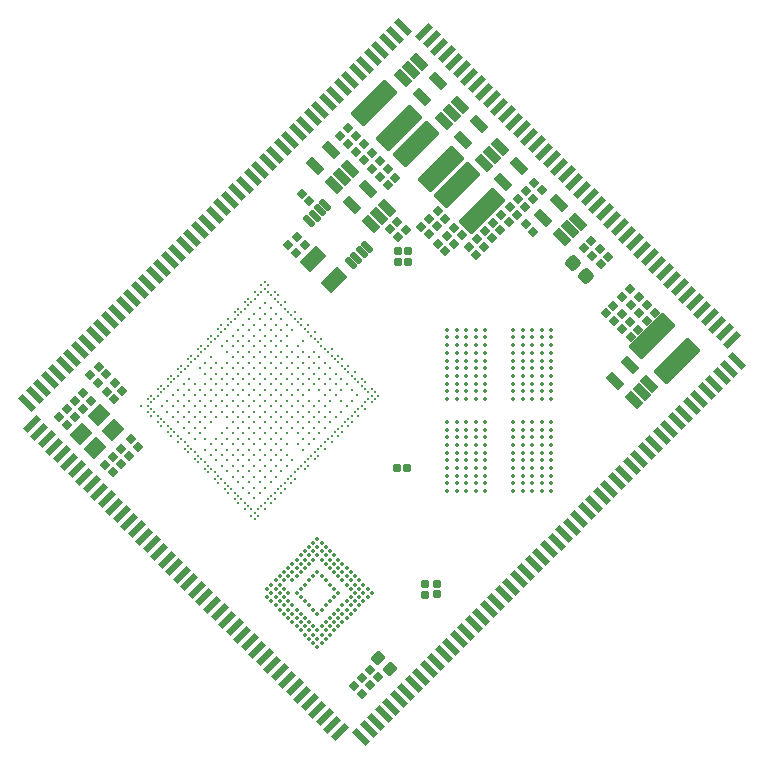
<source format=gbr>
%TF.GenerationSoftware,KiCad,Pcbnew,8.0.0-rc1*%
%TF.CreationDate,2025-03-14T10:19:50+03:00*%
%TF.ProjectId,SMX66_V1.0,534d5836-365f-4563-912e-302e6b696361,rev?*%
%TF.SameCoordinates,Original*%
%TF.FileFunction,Soldermask,Top*%
%TF.FilePolarity,Negative*%
%FSLAX46Y46*%
G04 Gerber Fmt 4.6, Leading zero omitted, Abs format (unit mm)*
G04 Created by KiCad (PCBNEW 8.0.0-rc1) date 2025-03-14 10:19:50*
%MOMM*%
%LPD*%
G01*
G04 APERTURE LIST*
G04 Aperture macros list*
%AMRoundRect*
0 Rectangle with rounded corners*
0 $1 Rounding radius*
0 $2 $3 $4 $5 $6 $7 $8 $9 X,Y pos of 4 corners*
0 Add a 4 corners polygon primitive as box body*
4,1,4,$2,$3,$4,$5,$6,$7,$8,$9,$2,$3,0*
0 Add four circle primitives for the rounded corners*
1,1,$1+$1,$2,$3*
1,1,$1+$1,$4,$5*
1,1,$1+$1,$6,$7*
1,1,$1+$1,$8,$9*
0 Add four rect primitives between the rounded corners*
20,1,$1+$1,$2,$3,$4,$5,0*
20,1,$1+$1,$4,$5,$6,$7,0*
20,1,$1+$1,$6,$7,$8,$9,0*
20,1,$1+$1,$8,$9,$2,$3,0*%
G04 Aperture macros list end*
%ADD10RoundRect,0.050000X0.000000X0.388909X-0.388909X0.000000X0.000000X-0.388909X0.388909X0.000000X0*%
%ADD11RoundRect,0.050000X0.388909X0.000000X0.000000X0.388909X-0.388909X0.000000X0.000000X-0.388909X0*%
%ADD12RoundRect,0.050000X0.000000X-0.388909X0.388909X0.000000X0.000000X0.388909X-0.388909X0.000000X0*%
%ADD13RoundRect,0.050000X-0.388909X0.000000X0.000000X-0.388909X0.388909X0.000000X0.000000X0.388909X0*%
%ADD14C,0.350010*%
%ADD15RoundRect,0.050000X-0.512652X0.194454X0.194454X-0.512652X0.512652X-0.194454X-0.194454X0.512652X0*%
%ADD16RoundRect,0.200800X-0.540300X0.256326X0.256326X-0.540300X0.540300X-0.256326X-0.256326X0.540300X0*%
%ADD17RoundRect,0.050000X0.883883X1.944544X-1.944544X-0.883883X-0.883883X-1.944544X1.944544X0.883883X0*%
%ADD18C,0.300000*%
%ADD19RoundRect,0.050000X-0.275000X0.275000X-0.275000X-0.275000X0.275000X-0.275000X0.275000X0.275000X0*%
%ADD20RoundRect,0.200800X0.540300X-0.256326X-0.256326X0.540300X-0.540300X0.256326X0.256326X-0.540300X0*%
%ADD21RoundRect,0.101600X0.989949X0.282843X0.282843X0.989949X-0.989949X-0.282843X-0.282843X-0.989949X0*%
%ADD22RoundRect,0.050000X0.275000X0.275000X-0.275000X0.275000X-0.275000X-0.275000X0.275000X-0.275000X0*%
%ADD23RoundRect,0.050000X-0.035355X-0.601041X0.601041X0.035355X0.035355X0.601041X-0.601041X-0.035355X0*%
%ADD24RoundRect,0.269550X-0.407718X-0.026517X-0.026517X-0.407718X0.407718X0.026517X0.026517X0.407718X0*%
%ADD25RoundRect,0.050000X-0.883883X-1.944544X1.944544X0.883883X0.883883X1.944544X-1.944544X-0.883883X0*%
%ADD26RoundRect,0.050000X-0.070711X-0.919239X0.919239X0.070711X0.070711X0.919239X-0.919239X-0.070711X0*%
%ADD27RoundRect,0.040000X-0.707107X0.353553X0.353553X-0.707107X0.707107X-0.353553X-0.353553X0.707107X0*%
%ADD28RoundRect,0.040000X-0.353553X-0.707107X0.707107X0.353553X0.353553X0.707107X-0.707107X-0.353553X0*%
%ADD29RoundRect,0.050000X0.275000X-0.275000X0.275000X0.275000X-0.275000X0.275000X-0.275000X-0.275000X0*%
%ADD30RoundRect,0.050000X-0.275000X-0.275000X0.275000X-0.275000X0.275000X0.275000X-0.275000X0.275000X0*%
G04 APERTURE END LIST*
D10*
%TO.C,C17*%
X143763755Y-74659195D03*
X143127215Y-75295725D03*
%TD*%
D11*
%TO.C,C2201*%
X137323531Y-83125725D03*
X136687001Y-82489185D03*
%TD*%
D12*
%TO.C,C3846*%
X166376132Y-88217668D03*
X167012672Y-87581138D03*
%TD*%
D11*
%TO.C,R12*%
X142383755Y-73205735D03*
X141747225Y-72569205D03*
%TD*%
D13*
%TO.C,R1209*%
X117277210Y-97079200D03*
X117913740Y-97715730D03*
%TD*%
%TO.C,C1201*%
X121167215Y-101079195D03*
X121803745Y-101715735D03*
%TD*%
D14*
%TO.C,U3800*%
X150129475Y-89656725D03*
X150929575Y-89656725D03*
X151729415Y-89656725D03*
X152529515Y-89656725D03*
X153329615Y-89656725D03*
X155729405Y-89656725D03*
X156529505Y-89656725D03*
X157329605Y-89656725D03*
X158129455Y-89656725D03*
X158929555Y-89656725D03*
X150129475Y-102656695D03*
X150929575Y-102656695D03*
X151729415Y-102656695D03*
X152529515Y-102656695D03*
X153329615Y-102656695D03*
X155729405Y-102656695D03*
X156529505Y-102656695D03*
X157329605Y-102656695D03*
X158129455Y-102656695D03*
X158929555Y-102656695D03*
X150129475Y-103306685D03*
X150929575Y-103306685D03*
X151729415Y-103306685D03*
X152529515Y-103306685D03*
X153329615Y-103306685D03*
X155729405Y-103306685D03*
X156529505Y-103306685D03*
X157329605Y-103306685D03*
X158129455Y-103306685D03*
X158929555Y-103306685D03*
X150129475Y-90306705D03*
X150929575Y-90306705D03*
X151729415Y-90306705D03*
X152529515Y-90306705D03*
X153329615Y-90306705D03*
X155729405Y-90306705D03*
X156529505Y-90306705D03*
X157329605Y-90306705D03*
X158129455Y-90306705D03*
X158929555Y-90306705D03*
X150129475Y-90956695D03*
X150929575Y-90956695D03*
X151729415Y-90956695D03*
X152529515Y-90956695D03*
X153329615Y-90956695D03*
X155729405Y-90956695D03*
X156529505Y-90956695D03*
X157329605Y-90956695D03*
X158129455Y-90956695D03*
X158929555Y-90956695D03*
X150129475Y-91606675D03*
X150929575Y-91606675D03*
X151729415Y-91606675D03*
X152529515Y-91606675D03*
X153329615Y-91606675D03*
X155729405Y-91606675D03*
X156529505Y-91606675D03*
X157329605Y-91606675D03*
X158129455Y-91606675D03*
X158929555Y-91606675D03*
X150129475Y-92256665D03*
X150929575Y-92256665D03*
X151729415Y-92256665D03*
X152529515Y-92256665D03*
X153329615Y-92256665D03*
X155729405Y-92256665D03*
X156529505Y-92256665D03*
X157329605Y-92256665D03*
X158129455Y-92256665D03*
X158929555Y-92256665D03*
X150129475Y-92906655D03*
X150929575Y-92906655D03*
X151729415Y-92906655D03*
X152529515Y-92906655D03*
X153329615Y-92906655D03*
X155729405Y-92906655D03*
X156529505Y-92906655D03*
X157329605Y-92906655D03*
X158129455Y-92906655D03*
X158929555Y-92906655D03*
X150129475Y-93556635D03*
X150929575Y-93556635D03*
X151729415Y-93556635D03*
X152529515Y-93556635D03*
X153329615Y-93556635D03*
X155729405Y-93556635D03*
X156529505Y-93556635D03*
X157329605Y-93556635D03*
X158129455Y-93556635D03*
X158929555Y-93556635D03*
X150129475Y-94206625D03*
X150929575Y-94206625D03*
X151729415Y-94206625D03*
X152529515Y-94206625D03*
X153329615Y-94206625D03*
X155729405Y-94206625D03*
X156529505Y-94206625D03*
X157329605Y-94206625D03*
X158129455Y-94206625D03*
X158929555Y-94206625D03*
X150129475Y-94856605D03*
X150929575Y-94856605D03*
X151729415Y-94856605D03*
X152529515Y-94856605D03*
X153329615Y-94856605D03*
X155729405Y-94856605D03*
X156529505Y-94856605D03*
X157329605Y-94856605D03*
X158129455Y-94856605D03*
X158929555Y-94856605D03*
X150129475Y-95506595D03*
X150929575Y-95506595D03*
X151729415Y-95506595D03*
X152529515Y-95506595D03*
X153329615Y-95506595D03*
X155729405Y-95506595D03*
X156529505Y-95506595D03*
X157329605Y-95506595D03*
X158129455Y-95506595D03*
X158929555Y-95506595D03*
X150129475Y-97456805D03*
X150929575Y-97456805D03*
X151729415Y-97456805D03*
X152529515Y-97456805D03*
X153329615Y-97456805D03*
X155729405Y-97456805D03*
X156529505Y-97456805D03*
X157329605Y-97456805D03*
X158129455Y-97456805D03*
X158929555Y-97456805D03*
X150129475Y-98106795D03*
X150929575Y-98106795D03*
X151729415Y-98106795D03*
X152529515Y-98106795D03*
X153329615Y-98106795D03*
X155729405Y-98106795D03*
X156529505Y-98106795D03*
X157329605Y-98106795D03*
X158129455Y-98106795D03*
X158929555Y-98106795D03*
X150129475Y-98756775D03*
X150929575Y-98756775D03*
X151729415Y-98756775D03*
X152529515Y-98756775D03*
X153329615Y-98756775D03*
X155729405Y-98756775D03*
X156529505Y-98756775D03*
X157329605Y-98756775D03*
X158129455Y-98756775D03*
X158929555Y-98756775D03*
X150129475Y-99406765D03*
X150929575Y-99406765D03*
X151729415Y-99406765D03*
X152529515Y-99406765D03*
X153329615Y-99406765D03*
X155729405Y-99406765D03*
X156529505Y-99406765D03*
X157329605Y-99406765D03*
X158129455Y-99406765D03*
X158929555Y-99406765D03*
X150129475Y-100056755D03*
X150929575Y-100056755D03*
X151729415Y-100056755D03*
X152529515Y-100056755D03*
X153329615Y-100056755D03*
X155729405Y-100056755D03*
X156529505Y-100056755D03*
X157329605Y-100056755D03*
X158129455Y-100056755D03*
X158929555Y-100056755D03*
X150129475Y-100706735D03*
X150929575Y-100706735D03*
X151729415Y-100706735D03*
X152529515Y-100706735D03*
X153329615Y-100706735D03*
X155729405Y-100706735D03*
X156529505Y-100706735D03*
X157329605Y-100706735D03*
X158129455Y-100706735D03*
X158929555Y-100706735D03*
X150129475Y-101356725D03*
X150929575Y-101356725D03*
X151729415Y-101356725D03*
X152529515Y-101356725D03*
X153329615Y-101356725D03*
X155729405Y-101356725D03*
X156529505Y-101356725D03*
X157329605Y-101356725D03*
X158129455Y-101356725D03*
X158929555Y-101356725D03*
X150129475Y-102006705D03*
X150929575Y-102006705D03*
X151729415Y-102006705D03*
X152529515Y-102006705D03*
X153329615Y-102006705D03*
X155729405Y-102006705D03*
X156529505Y-102006705D03*
X157329605Y-102006705D03*
X158129455Y-102006705D03*
X158929555Y-102006705D03*
%TD*%
D15*
%TO.C,U2201*%
X139817147Y-79080269D03*
X139357528Y-79539888D03*
X138897908Y-79999508D03*
X138438289Y-80459127D03*
X141973823Y-83994661D03*
X142433442Y-83535042D03*
X142893062Y-83075422D03*
X143352681Y-82615803D03*
%TD*%
D10*
%TO.C,C3842*%
X166312889Y-89641345D03*
X165676349Y-90277875D03*
%TD*%
D13*
%TO.C,R1670*%
X153994615Y-80599415D03*
X154631145Y-81235945D03*
%TD*%
D16*
%TO.C,U6*%
X147710304Y-67001590D03*
X147038553Y-67673341D03*
X146366802Y-68345092D03*
X147975470Y-69953760D03*
X149318972Y-68610258D03*
%TD*%
D10*
%TO.C,C3834*%
X165604402Y-88979402D03*
X164967862Y-89615932D03*
%TD*%
D17*
%TO.C,L2*%
X169566787Y-92328331D03*
X167445467Y-90207011D03*
%TD*%
D13*
%TO.C,C4006*%
X143606344Y-118437458D03*
X144242874Y-119073998D03*
%TD*%
%TO.C,C3804*%
X149314615Y-82369405D03*
X149951145Y-83005945D03*
%TD*%
D12*
%TO.C,C19*%
X142447215Y-74595735D03*
X143083755Y-73959205D03*
%TD*%
D18*
%TO.C,U1000*%
X142528885Y-95194795D03*
X142069265Y-95654415D03*
X141609645Y-96114035D03*
X141150025Y-96573655D03*
X140690405Y-97033275D03*
X140230795Y-97492895D03*
X139771175Y-97952515D03*
X139311555Y-98412135D03*
X138851935Y-98871755D03*
X138392315Y-99331375D03*
X137932695Y-99790995D03*
X137013455Y-100710235D03*
X136553835Y-101169845D03*
X136094215Y-101629475D03*
X135634595Y-102089085D03*
X135174975Y-102548705D03*
X134715355Y-103008325D03*
X134255735Y-103467945D03*
X133796125Y-103927565D03*
X142069265Y-94735175D03*
X141150025Y-95654415D03*
X140230785Y-96573655D03*
X139771175Y-97033275D03*
X139311545Y-97492895D03*
X138851935Y-97952515D03*
X138392315Y-98412135D03*
X137932695Y-98871755D03*
X137473075Y-99331375D03*
X136553835Y-100250615D03*
X136094215Y-100710225D03*
X135634595Y-101169845D03*
X135174975Y-101629465D03*
X134715355Y-102089085D03*
X134255735Y-102548705D03*
X133796115Y-103008325D03*
X133336495Y-103467945D03*
X141609645Y-94275565D03*
X141150025Y-94735175D03*
X140690405Y-95194795D03*
X140230794Y-95654415D03*
X139771175Y-96114034D03*
X139311555Y-96573655D03*
X138851935Y-97033275D03*
X138392315Y-97492895D03*
X137932695Y-97952515D03*
X137473074Y-98412135D03*
X136553835Y-99331375D03*
X136094215Y-99790995D03*
X135634595Y-100250615D03*
X135174975Y-100710235D03*
X134715354Y-101169845D03*
X134255735Y-101629474D03*
X133796125Y-102089085D03*
X133336495Y-102548705D03*
X132876885Y-103008325D03*
X141150025Y-93815935D03*
X140690405Y-94275555D03*
X140230785Y-94735175D03*
X139771175Y-95194796D03*
X139311546Y-95654415D03*
X138851935Y-96114035D03*
X138392315Y-96573655D03*
X137932695Y-97033275D03*
X137473075Y-97492895D03*
X137013455Y-97952516D03*
X136553836Y-98412135D03*
X136094215Y-98871755D03*
X135634595Y-99331375D03*
X135174975Y-99790995D03*
X134715355Y-100250615D03*
X134255735Y-100710226D03*
X133796116Y-101169845D03*
X133336495Y-101629465D03*
X132876875Y-102089085D03*
X132417265Y-102548705D03*
X140690405Y-93356325D03*
X140230795Y-93815935D03*
X139771175Y-94275565D03*
X139311555Y-94735175D03*
X138392315Y-95654415D03*
X137932695Y-96114035D03*
X137473075Y-96573655D03*
X137013455Y-97033275D03*
X136553835Y-97492895D03*
X136094215Y-97952515D03*
X135634595Y-98412135D03*
X135174975Y-98871755D03*
X134715355Y-99331375D03*
X134255735Y-99790995D03*
X133796125Y-100250615D03*
X133336495Y-100710235D03*
X132876885Y-101169845D03*
X132417265Y-101629475D03*
X131957645Y-102089085D03*
X140230785Y-92896705D03*
X139771175Y-93356315D03*
X139311545Y-93815935D03*
X138851935Y-94275555D03*
X138392315Y-94735175D03*
X137932695Y-95194795D03*
X137473075Y-95654415D03*
X137013455Y-96114035D03*
X136553835Y-96573655D03*
X136094215Y-97033275D03*
X135634595Y-97492895D03*
X135174975Y-97952515D03*
X134715355Y-98412135D03*
X134255735Y-98871755D03*
X133796115Y-99331375D03*
X133336495Y-99790995D03*
X132876875Y-100250615D03*
X132417265Y-100710225D03*
X131957645Y-101169845D03*
X131498025Y-101629465D03*
X139771175Y-92437085D03*
X139311555Y-92896705D03*
X138851935Y-93356325D03*
X138392315Y-93815935D03*
X137932695Y-94275565D03*
X137473075Y-94735175D03*
X137013455Y-95194795D03*
X136553835Y-95654415D03*
X136094215Y-96114035D03*
X135634595Y-96573655D03*
X135174975Y-97033275D03*
X134715355Y-97492895D03*
X134255735Y-97952515D03*
X133796125Y-98412135D03*
X133336495Y-98871755D03*
X132876885Y-99331375D03*
X132417265Y-99790995D03*
X131957645Y-100250615D03*
X131498025Y-100710235D03*
X131038405Y-101169845D03*
X139311545Y-91977465D03*
X138851935Y-92437085D03*
X138392315Y-92896705D03*
X137932695Y-93356315D03*
X137473075Y-93815935D03*
X137013455Y-94275555D03*
X136553835Y-94735175D03*
X136094215Y-95194795D03*
X135634595Y-95654415D03*
X135174975Y-96114035D03*
X134715355Y-96573655D03*
X134255735Y-97033275D03*
X133796115Y-97492895D03*
X133336495Y-97952515D03*
X132876875Y-98412135D03*
X132417264Y-98871755D03*
X131957645Y-99331375D03*
X131498025Y-99790995D03*
X131038405Y-100250615D03*
X130578785Y-100710225D03*
X138851935Y-91517845D03*
X138392315Y-91977465D03*
X137932695Y-92437085D03*
X137473074Y-92896705D03*
X137013455Y-93356324D03*
X136553835Y-93815935D03*
X136094215Y-94275565D03*
X135634595Y-94735175D03*
X135174975Y-95194795D03*
X134715354Y-95654415D03*
X134255735Y-96114034D03*
X133796125Y-96573655D03*
X133336495Y-97033275D03*
X132876885Y-97492895D03*
X132417264Y-97952515D03*
X131957644Y-98412135D03*
X131498025Y-98871754D03*
X131038405Y-99331375D03*
X130578785Y-99790995D03*
X130119165Y-100250615D03*
X137932695Y-91517845D03*
X137473075Y-91977465D03*
X137013455Y-92437086D03*
X136553836Y-92896705D03*
X136094215Y-93356315D03*
X135634595Y-93815935D03*
X135174975Y-94275555D03*
X134715355Y-94735175D03*
X134255735Y-95194796D03*
X133796116Y-95654415D03*
X133336495Y-96114035D03*
X132876875Y-96573655D03*
X132417265Y-97033275D03*
X131957645Y-97492895D03*
X131498025Y-97952516D03*
X131038406Y-98412135D03*
X130578785Y-98871755D03*
X130119165Y-99331375D03*
X129659545Y-99790995D03*
X137932695Y-90598605D03*
X137473075Y-91058225D03*
X137013455Y-91517845D03*
X136553835Y-91977465D03*
X136094215Y-92437085D03*
X135634595Y-92896705D03*
X135174975Y-93356325D03*
X134715355Y-93815935D03*
X134255735Y-94275565D03*
X133796125Y-94735175D03*
X133336495Y-95194795D03*
X132876885Y-95654415D03*
X132417265Y-96114035D03*
X131957645Y-96573655D03*
X131498025Y-97033275D03*
X129659545Y-98871755D03*
X136553835Y-91058225D03*
X136094215Y-91517845D03*
X135634595Y-91977465D03*
X135174975Y-92437085D03*
X134715355Y-92896705D03*
X134255735Y-93356315D03*
X133796115Y-93815935D03*
X133336495Y-94275555D03*
X132876875Y-94735175D03*
X132417265Y-95194795D03*
X131957645Y-95654415D03*
X131498025Y-96114035D03*
X131038405Y-96573655D03*
X130578785Y-97033275D03*
X130119165Y-97492895D03*
X129659545Y-97952515D03*
X129199925Y-98412135D03*
X128740305Y-98871755D03*
X137013455Y-89679365D03*
X136553835Y-90138985D03*
X136094215Y-90598605D03*
X135634595Y-91058225D03*
X135174975Y-91517845D03*
X134715355Y-91977465D03*
X134255735Y-92437085D03*
X133796125Y-92896705D03*
X133336495Y-93356325D03*
X132876885Y-93815935D03*
X132417265Y-94275565D03*
X131957645Y-94735175D03*
X131498025Y-95194795D03*
X131038405Y-95654415D03*
X130578785Y-96114035D03*
X130119165Y-96573655D03*
X129659545Y-97033275D03*
X129199925Y-97492895D03*
X128740305Y-97952515D03*
X128280685Y-98412135D03*
X136553835Y-89219745D03*
X136094215Y-89679365D03*
X135634595Y-90138985D03*
X135174975Y-90598605D03*
X134715355Y-91058224D03*
X134255735Y-91517845D03*
X133796115Y-91977465D03*
X133336495Y-92437085D03*
X132876875Y-92896705D03*
X132417264Y-93356315D03*
X131957645Y-93815935D03*
X131498025Y-94275555D03*
X131038405Y-94735175D03*
X130578785Y-95194795D03*
X130119165Y-95654415D03*
X129659544Y-96114035D03*
X129199925Y-96573655D03*
X128740305Y-97033275D03*
X128280685Y-97492895D03*
X127821065Y-97952515D03*
X136094215Y-88760125D03*
X135634595Y-89219745D03*
X135174975Y-89679365D03*
X134715354Y-90138985D03*
X134255735Y-90598604D03*
X133796125Y-91058225D03*
X133336495Y-91517845D03*
X132876885Y-91977465D03*
X132417265Y-92437086D03*
X131957645Y-92896706D03*
X131498026Y-93356325D03*
X131038405Y-93815935D03*
X130578785Y-94275565D03*
X130119165Y-94735175D03*
X129659544Y-95194795D03*
X129199924Y-95654415D03*
X128740305Y-96114034D03*
X128280685Y-96573655D03*
X127821065Y-97033275D03*
X127361445Y-97492895D03*
X135634595Y-88300505D03*
X135174975Y-88760125D03*
X134715355Y-89219745D03*
X134255735Y-89679366D03*
X133796116Y-90138985D03*
X133336495Y-90598605D03*
X132876875Y-91058225D03*
X132417265Y-91517845D03*
X131957645Y-91977465D03*
X131498025Y-92437086D03*
X131038406Y-92896705D03*
X130578785Y-93356315D03*
X130119165Y-93815935D03*
X129659545Y-94275555D03*
X129199925Y-94735175D03*
X128740305Y-95194796D03*
X128280686Y-95654415D03*
X127821065Y-96114035D03*
X127361445Y-96573655D03*
X126901825Y-97033275D03*
X135174975Y-87840885D03*
X134715355Y-88300505D03*
X134255735Y-88760125D03*
X133796125Y-89219745D03*
X133336495Y-89679365D03*
X132876885Y-90138985D03*
X132417265Y-90598605D03*
X131957645Y-91058225D03*
X131498025Y-91517845D03*
X130578785Y-92437085D03*
X130119165Y-92896705D03*
X129659545Y-93356325D03*
X128740305Y-94275565D03*
X128280685Y-94735175D03*
X127821065Y-95194795D03*
X127361445Y-95654415D03*
X126901825Y-96114035D03*
X126442215Y-96573655D03*
X134715355Y-87381265D03*
X134255735Y-87840885D03*
X133796115Y-88300505D03*
X133336495Y-88760125D03*
X132876875Y-89219745D03*
X132417265Y-89679365D03*
X131957645Y-90138985D03*
X131498025Y-90598605D03*
X131038405Y-91058225D03*
X130119165Y-91977465D03*
X129659545Y-92437085D03*
X129199925Y-92896705D03*
X128280685Y-93815935D03*
X127821065Y-94275555D03*
X127361445Y-94735175D03*
X126901825Y-95194795D03*
X126442205Y-95654415D03*
X125982585Y-96114035D03*
X144296655Y-95230154D03*
X144013815Y-95512994D03*
X143730964Y-95795835D03*
X143165285Y-96361525D03*
X142599595Y-96927204D03*
X142033915Y-97492895D03*
X141751065Y-97775735D03*
X141185385Y-98341424D03*
X140902544Y-98624265D03*
X140336855Y-99189955D03*
X139771175Y-99755634D03*
X139205485Y-100321325D03*
X138922645Y-100604165D03*
X138356955Y-101169844D03*
X138074114Y-101452695D03*
X137225585Y-102301224D03*
X136942744Y-102584065D03*
X136377055Y-103149745D03*
X136094215Y-103432595D03*
X135528524Y-103998275D03*
X135245684Y-104281115D03*
X134680005Y-104846805D03*
X134114314Y-105412495D03*
X133831474Y-105695335D03*
X138356955Y-89856144D03*
X128457464Y-99755635D03*
X128174625Y-100038486D03*
X138356955Y-89290455D03*
X138074115Y-89573295D03*
X128174624Y-99472795D03*
X127891775Y-99755635D03*
X137791275Y-89290455D03*
X127891775Y-99189955D03*
X137791275Y-88724775D03*
X137508425Y-89007615D03*
X127608935Y-98907105D03*
X127326095Y-99189955D03*
X137225586Y-88724775D03*
X127326095Y-98624266D03*
X137225585Y-88159085D03*
X136942745Y-88441924D03*
X127043244Y-98341425D03*
X126760405Y-98624265D03*
X136659905Y-88159085D03*
X126760405Y-98058585D03*
X126477565Y-98341425D03*
X136377055Y-87876245D03*
X126477565Y-97775735D03*
X136377055Y-87310555D03*
X136094215Y-87593395D03*
X126194725Y-97492895D03*
X125911875Y-97775735D03*
X135811376Y-87310555D03*
X125911875Y-97210056D03*
X125629035Y-97492895D03*
X135811375Y-86744875D03*
X135528535Y-87027714D03*
X125629034Y-96927215D03*
X135528535Y-86462035D03*
X135245695Y-86744875D03*
X125346195Y-96644365D03*
X125063355Y-96927215D03*
X134962845Y-86462025D03*
X125063345Y-96361525D03*
X124780505Y-96644365D03*
X134962845Y-85896345D03*
X134680005Y-86179185D03*
X134397165Y-86462035D03*
X134114315Y-86744875D03*
X133831475Y-87027715D03*
X133548635Y-87310555D03*
X133265786Y-87593395D03*
X132982945Y-87876245D03*
X132700105Y-88159085D03*
X132417265Y-88441925D03*
X132134415Y-88724775D03*
X131851575Y-89007615D03*
X131568735Y-89290455D03*
X131285895Y-89573295D03*
X131003045Y-89856145D03*
X130720205Y-90138985D03*
X130437365Y-90421825D03*
X130154515Y-90704675D03*
X129871675Y-90987515D03*
X129588835Y-91270355D03*
X129305995Y-91553195D03*
X129023145Y-91836045D03*
X128740305Y-92118885D03*
X128457465Y-92401725D03*
X128174625Y-92684575D03*
X127891775Y-92967415D03*
X127608935Y-93250255D03*
X127326095Y-93533095D03*
X127043245Y-93815935D03*
X126760405Y-94098785D03*
X126477565Y-94381625D03*
X126194725Y-94664465D03*
X125911875Y-94947305D03*
X125629035Y-95230155D03*
X125346195Y-95512995D03*
X125063355Y-95795835D03*
X124780505Y-96078685D03*
X134680005Y-85613505D03*
X134397166Y-85896345D03*
X133831475Y-86462035D03*
X133265786Y-87027715D03*
X132982946Y-87310555D03*
X132417265Y-87876245D03*
X132134415Y-88159085D03*
X131568736Y-88724775D03*
X131003045Y-89290455D03*
X130720205Y-89573295D03*
X130154515Y-90138986D03*
X129871675Y-90421826D03*
X129305995Y-90987515D03*
X129023155Y-91270355D03*
X128457465Y-91836045D03*
X128174625Y-92118885D03*
X127608935Y-92684575D03*
X127326095Y-92967416D03*
X126760405Y-93533095D03*
X126477565Y-93815935D03*
X125911875Y-94381626D03*
X125629035Y-94664466D03*
X125063355Y-95230155D03*
X124780506Y-95512995D03*
X124214825Y-96078685D03*
X144013815Y-94947305D03*
X143730965Y-95230154D03*
X143448125Y-95512995D03*
X143165285Y-95795835D03*
X142882445Y-96078685D03*
X142599595Y-96361525D03*
X142316755Y-96644364D03*
X142033915Y-96927205D03*
X141751065Y-97210055D03*
X141468225Y-97492895D03*
X141185385Y-97775735D03*
X140902545Y-98058584D03*
X140619695Y-98341425D03*
X140336855Y-98624265D03*
X140054015Y-98907105D03*
X139771175Y-99189955D03*
X139488324Y-99472795D03*
X139205485Y-99755635D03*
X138922645Y-100038485D03*
X138639805Y-100321325D03*
X138356955Y-100604165D03*
X138074115Y-100887004D03*
X137791275Y-101169845D03*
X137508425Y-101452695D03*
X137225585Y-101735535D03*
X136942745Y-102018375D03*
X136659904Y-102301225D03*
X136377055Y-102584065D03*
X136094215Y-102866905D03*
X135811375Y-103149745D03*
X135528525Y-103432595D03*
X135245684Y-103715435D03*
X134962845Y-103998275D03*
X134680005Y-104281125D03*
X134397165Y-104563965D03*
X134114315Y-104846805D03*
X133831474Y-105129645D03*
X133548635Y-105412495D03*
X143730965Y-94664465D03*
X143448125Y-94947305D03*
X133548635Y-104846805D03*
X143165285Y-94664465D03*
X133265785Y-104563965D03*
X132982945Y-104846805D03*
X143165285Y-94098785D03*
X142882446Y-94381625D03*
X132982945Y-104281126D03*
X142882445Y-93815935D03*
X142599606Y-94098785D03*
X132700104Y-103998275D03*
X132417265Y-104281126D03*
X142316755Y-93815935D03*
X132417255Y-103715435D03*
X132134415Y-103998275D03*
X142316755Y-93250255D03*
X142033915Y-93533095D03*
X132134415Y-103432595D03*
X141751075Y-93250255D03*
X131851575Y-103149755D03*
X131568735Y-103432595D03*
X141751075Y-92684575D03*
X141468226Y-92967415D03*
X131568735Y-102866906D03*
X131285895Y-103149755D03*
X141185385Y-92684564D03*
X131285884Y-102584065D03*
X141185385Y-92118885D03*
X140902545Y-92401725D03*
X131003045Y-102301225D03*
X130720205Y-102584065D03*
X140902545Y-91836045D03*
X140619705Y-92118885D03*
X130720205Y-102018375D03*
X130437365Y-102301225D03*
X140336855Y-91836045D03*
X130437365Y-101735535D03*
X140336855Y-91270355D03*
X140054016Y-91553195D03*
X130154515Y-101452696D03*
X129871675Y-101735535D03*
X139771175Y-91270354D03*
X129871674Y-101169855D03*
X129588834Y-101452695D03*
X139488325Y-90987514D03*
X129588834Y-100887005D03*
X139488325Y-90421825D03*
X139205485Y-90704665D03*
X129305985Y-100604165D03*
X129023145Y-100887005D03*
X138922645Y-90421825D03*
X129023145Y-100321325D03*
X128740305Y-100604165D03*
X138922645Y-89856145D03*
X138639806Y-90138985D03*
X128740305Y-100038486D03*
%TD*%
D19*
%TO.C,C1500*%
X148275485Y-111167363D03*
X148275478Y-112067560D03*
%TD*%
D11*
%TO.C,R8*%
X141703760Y-73885730D03*
X141067230Y-73249200D03*
%TD*%
%TO.C,R2303*%
X119953755Y-95655725D03*
X119317225Y-95019195D03*
%TD*%
D13*
%TO.C,R2206*%
X137457210Y-81799200D03*
X138093740Y-82435730D03*
%TD*%
D12*
%TO.C,C3830*%
X167076132Y-88887668D03*
X167712672Y-88251138D03*
%TD*%
D20*
%TO.C,U3801*%
X159848051Y-81829845D03*
X160519802Y-81158094D03*
X161191553Y-80486343D03*
X159582885Y-78877675D03*
X158239383Y-80221177D03*
%TD*%
D13*
%TO.C,R1201*%
X120615478Y-92791150D03*
X121252008Y-93427680D03*
%TD*%
D11*
%TO.C,C3826*%
X157431155Y-78545945D03*
X156794625Y-77909405D03*
%TD*%
%TO.C,C2200*%
X138443528Y-78775724D03*
X137806998Y-78139184D03*
%TD*%
D21*
%TO.C,Y2200*%
X138741602Y-83663582D03*
X140509368Y-85431348D03*
%TD*%
D12*
%TO.C,R3802*%
X162404615Y-83425945D03*
X163041145Y-82789415D03*
%TD*%
D22*
%TO.C,R1213*%
X146825587Y-82987465D03*
X145925397Y-82987465D03*
%TD*%
D23*
%TO.C,C4008*%
X144307910Y-117422690D03*
X145297860Y-118412640D03*
%TD*%
D12*
%TO.C,R2205*%
X145967215Y-81825735D03*
X146603745Y-81189205D03*
%TD*%
D11*
%TO.C,C3852*%
X158131155Y-77855945D03*
X157494625Y-77219405D03*
%TD*%
%TO.C,C3824*%
X155331145Y-80565945D03*
X154694615Y-79929404D03*
%TD*%
D24*
%TO.C,D1*%
X160808638Y-83992686D03*
X161922332Y-85106380D03*
%TD*%
D10*
%TO.C,R3801*%
X164201145Y-87619405D03*
X163564615Y-88255935D03*
%TD*%
D13*
%TO.C,C4007*%
X142924615Y-119119405D03*
X143561145Y-119755945D03*
%TD*%
D10*
%TO.C,R19*%
X144413755Y-75369195D03*
X143777225Y-76005725D03*
%TD*%
D16*
%TO.C,U5*%
X151237910Y-70625505D03*
X150566159Y-71297256D03*
X149894408Y-71969007D03*
X151503076Y-73577675D03*
X152846578Y-72234173D03*
%TD*%
D13*
%TO.C,C3813*%
X150734615Y-81019405D03*
X151371145Y-81655945D03*
%TD*%
D20*
%TO.C,U3*%
X165911293Y-95599841D03*
X166583044Y-94928090D03*
X167254795Y-94256339D03*
X165646127Y-92647671D03*
X164302625Y-93991173D03*
%TD*%
D13*
%TO.C,R2*%
X153314615Y-81279405D03*
X153951145Y-81915935D03*
%TD*%
D25*
%TO.C,L3*%
X147477250Y-73937015D03*
X149598570Y-76058335D03*
%TD*%
D20*
%TO.C,U4*%
X140520651Y-77409635D03*
X141192402Y-76737884D03*
X141864153Y-76066133D03*
X140255485Y-74457465D03*
X138911983Y-75800967D03*
%TD*%
D10*
%TO.C,R18*%
X145749425Y-76781145D03*
X145112895Y-77417675D03*
%TD*%
D13*
%TO.C,R1*%
X152644615Y-81969405D03*
X153281145Y-82605935D03*
%TD*%
D20*
%TO.C,U7*%
X143710651Y-80659635D03*
X144382402Y-79987884D03*
X145054153Y-79316133D03*
X143445485Y-77707465D03*
X142101983Y-79050967D03*
%TD*%
D11*
%TO.C,C3814*%
X149252885Y-80907675D03*
X148616355Y-80271135D03*
%TD*%
D13*
%TO.C,C1200*%
X121323758Y-94892662D03*
X121960288Y-95529202D03*
%TD*%
D11*
%TO.C,R2305*%
X142881155Y-120455945D03*
X142244625Y-119819415D03*
%TD*%
%TO.C,C3823*%
X156051155Y-79905945D03*
X155414625Y-79269405D03*
%TD*%
D16*
%TO.C,U2210*%
X154622487Y-74167277D03*
X153950736Y-74839028D03*
X153278985Y-75510779D03*
X154887653Y-77119447D03*
X156231155Y-75775945D03*
%TD*%
D11*
%TO.C,R17*%
X118583755Y-97015725D03*
X117947225Y-96379195D03*
%TD*%
D26*
%TO.C,Y1200*%
X120291061Y-99667121D03*
X121846696Y-98111486D03*
X120644615Y-96909405D03*
X119088980Y-98465040D03*
%TD*%
D27*
%TO.C,U1*%
X146376438Y-64025579D03*
X145740042Y-64661975D03*
X145103646Y-65298371D03*
X144467250Y-65934767D03*
X143830855Y-66571162D03*
X143194457Y-67207560D03*
X142558061Y-67843956D03*
X141921665Y-68480352D03*
X141285269Y-69116748D03*
X140648873Y-69753144D03*
X140012477Y-70389540D03*
X139376081Y-71025936D03*
X138739685Y-71662332D03*
X138103289Y-72298728D03*
X137466893Y-72935124D03*
X136830496Y-73571521D03*
X136194101Y-74207916D03*
X135557704Y-74844313D03*
X134921308Y-75480709D03*
X134284912Y-76117105D03*
X133648516Y-76753501D03*
X133012120Y-77389897D03*
X132375724Y-78026293D03*
X131739329Y-78662688D03*
X131102932Y-79299085D03*
X130466535Y-79935482D03*
X129830140Y-80571877D03*
X129193743Y-81208274D03*
X128557347Y-81844670D03*
X127920951Y-82481066D03*
X127284555Y-83117462D03*
X126648159Y-83753858D03*
X126011763Y-84390254D03*
X125375368Y-85026649D03*
X124738970Y-85663047D03*
X124102574Y-86299443D03*
X123466179Y-86935838D03*
X122829782Y-87572235D03*
X122193386Y-88208631D03*
X121556990Y-88845027D03*
X120920594Y-89481423D03*
X120284198Y-90117819D03*
X119647802Y-90754215D03*
X119011406Y-91390611D03*
X118375009Y-92027008D03*
X117738613Y-92663404D03*
X117102217Y-93299800D03*
X116465821Y-93936196D03*
X115829425Y-94572592D03*
X115193029Y-95208988D03*
X114556633Y-95845384D03*
D28*
X114945543Y-97648506D03*
X115581939Y-98284903D03*
X116218334Y-98921298D03*
X116854730Y-99557695D03*
X117491126Y-100194091D03*
X118127522Y-100830487D03*
X118763918Y-101466883D03*
X119400315Y-102103279D03*
X120036711Y-102739675D03*
X120673107Y-103376070D03*
X121309504Y-104012467D03*
X121945900Y-104648864D03*
X122582295Y-105285259D03*
X123218691Y-105921656D03*
X123855087Y-106558052D03*
X124491483Y-107194448D03*
X125127879Y-107830844D03*
X125764276Y-108467240D03*
X126400671Y-109103635D03*
X127037068Y-109740031D03*
X127673465Y-110376429D03*
X128309860Y-111012824D03*
X128946256Y-111649220D03*
X129582652Y-112285617D03*
X130219048Y-112922013D03*
X130855444Y-113558409D03*
X131491840Y-114194805D03*
X132128237Y-114831201D03*
X132764632Y-115467596D03*
X133401029Y-116103993D03*
X134037426Y-116740390D03*
X134673821Y-117376785D03*
X135310217Y-118013182D03*
X135946613Y-118649578D03*
X136583009Y-119285974D03*
X137219405Y-119922370D03*
X137855802Y-120558766D03*
X138492198Y-121195162D03*
X139128593Y-121831557D03*
X139764991Y-122467954D03*
X140401387Y-123104351D03*
X141037782Y-123740746D03*
D27*
X142840904Y-124129655D03*
X143477300Y-123493259D03*
X144113697Y-122856863D03*
X144750093Y-122220467D03*
X145386489Y-121584071D03*
X146022885Y-120947675D03*
X146659281Y-120311279D03*
X147295677Y-119674882D03*
X147932073Y-119038486D03*
X148568469Y-118402090D03*
X149204865Y-117765694D03*
X149841261Y-117129298D03*
X150477658Y-116492902D03*
X151114054Y-115856506D03*
X151750450Y-115220110D03*
X152386846Y-114583714D03*
X153023242Y-113947318D03*
X153659638Y-113310921D03*
X154296034Y-112674525D03*
X154932430Y-112038129D03*
X155568826Y-111401733D03*
X156205222Y-110765337D03*
X156841619Y-110128941D03*
X157478015Y-109492545D03*
X158114411Y-108856149D03*
X158750807Y-108219753D03*
X159387203Y-107583357D03*
X160023599Y-106946960D03*
X160659995Y-106310564D03*
X161296391Y-105674168D03*
X161932787Y-105037772D03*
X162569184Y-104401376D03*
X163205580Y-103764980D03*
X163841976Y-103128584D03*
X164478372Y-102492188D03*
X165114768Y-101855792D03*
X165751164Y-101219395D03*
X166387560Y-100582999D03*
X167023956Y-99946603D03*
X167660352Y-99310207D03*
X168296748Y-98673811D03*
X168933145Y-98037415D03*
X169569541Y-97401019D03*
X170205937Y-96764623D03*
X170842333Y-96128227D03*
X171478729Y-95491831D03*
X172115125Y-94855434D03*
X172751521Y-94219038D03*
X173387917Y-93582642D03*
X174024313Y-92946246D03*
X174660709Y-92309850D03*
D28*
X174271801Y-90506728D03*
X173635405Y-89870332D03*
X172999009Y-89233936D03*
X172362612Y-88597539D03*
X171726216Y-87961143D03*
X171089820Y-87324747D03*
X170453424Y-86688351D03*
X169817028Y-86051955D03*
X169180632Y-85415559D03*
X168544236Y-84779163D03*
X167907840Y-84142767D03*
X167271444Y-83506371D03*
X166635047Y-82869974D03*
X165998651Y-82233578D03*
X165362255Y-81597182D03*
X164725859Y-80960786D03*
X164089463Y-80324390D03*
X163453067Y-79687994D03*
X162816671Y-79051598D03*
X162180275Y-78415202D03*
X161543879Y-77778806D03*
X160907483Y-77142410D03*
X160271086Y-76506013D03*
X159634690Y-75869617D03*
X158998294Y-75233221D03*
X158361898Y-74596825D03*
X157725502Y-73960429D03*
X157089106Y-73324033D03*
X156452710Y-72687637D03*
X155816314Y-72051241D03*
X155179918Y-71414845D03*
X154543522Y-70778449D03*
X153907125Y-70142052D03*
X153270729Y-69505656D03*
X152634333Y-68869260D03*
X151997937Y-68232864D03*
X151361541Y-67596468D03*
X150725145Y-66960072D03*
X150088749Y-66323676D03*
X149452353Y-65687280D03*
X148815957Y-65050884D03*
X148179561Y-64414488D03*
%TD*%
D13*
%TO.C,C3847*%
X156792885Y-80700927D03*
X157429415Y-81337467D03*
%TD*%
D12*
%TO.C,R3800*%
X164964615Y-86845945D03*
X165601145Y-86209415D03*
%TD*%
D22*
%TO.C,R1214*%
X146825587Y-83947465D03*
X145925397Y-83947465D03*
%TD*%
D11*
%TO.C,C3825*%
X156741155Y-79225945D03*
X156104625Y-78589405D03*
%TD*%
%TO.C,C3816*%
X148551155Y-81585945D03*
X147914625Y-80949405D03*
%TD*%
D12*
%TO.C,R13*%
X163112885Y-84117675D03*
X163749415Y-83481145D03*
%TD*%
D10*
%TO.C,C3836*%
X164922889Y-88291345D03*
X164286349Y-88927875D03*
%TD*%
D14*
%TO.C,U4000*%
X134902135Y-111578425D03*
X135255774Y-111224785D03*
X135609234Y-110871315D03*
X135962885Y-110517675D03*
X136316344Y-110164216D03*
X136669984Y-109810575D03*
X137023454Y-109457105D03*
X137377095Y-109103465D03*
X137730554Y-108750006D03*
X138084194Y-108396355D03*
X138437664Y-108042895D03*
X138791304Y-107689256D03*
X139144764Y-107335796D03*
X134902135Y-112285355D03*
X135255595Y-111931885D03*
X135609234Y-111578245D03*
X135962704Y-111224785D03*
X136316344Y-110871146D03*
X136669804Y-110517676D03*
X137023454Y-110164035D03*
X137376914Y-109810575D03*
X137730555Y-109456925D03*
X138084025Y-109103465D03*
X138437664Y-108749825D03*
X138791124Y-108396355D03*
X139144764Y-108042716D03*
X139498234Y-107689256D03*
X135255774Y-112638995D03*
X135609234Y-112285525D03*
X135962884Y-111931885D03*
X136316344Y-111578425D03*
X137023454Y-110871315D03*
X137377094Y-110517675D03*
X137730554Y-110164215D03*
X138084194Y-109810575D03*
X138437664Y-109457105D03*
X138791304Y-109103465D03*
X139144764Y-108750005D03*
X139498404Y-108396355D03*
X139851874Y-108042895D03*
X135609234Y-112992455D03*
X135962704Y-112638995D03*
X136316344Y-112285355D03*
X136669804Y-111931885D03*
X139498234Y-109103465D03*
X139851874Y-108749825D03*
X140205334Y-108396355D03*
X135962885Y-113346095D03*
X136316345Y-112992635D03*
X136669984Y-112638995D03*
X137377095Y-111931885D03*
X137730554Y-111578426D03*
X138084194Y-111224785D03*
X138437664Y-110871315D03*
X138791305Y-110517675D03*
X139144764Y-110164216D03*
X139851874Y-109457105D03*
X140205514Y-109103466D03*
X140558974Y-108750006D03*
X136316344Y-113699554D03*
X136669804Y-113346094D03*
X137023454Y-112992455D03*
X137730554Y-112285356D03*
X139498235Y-110517675D03*
X140205334Y-109810575D03*
X140558973Y-109456925D03*
X140912433Y-109103465D03*
X136669984Y-114053205D03*
X137023454Y-113699745D03*
X137377094Y-113346095D03*
X138084194Y-112638995D03*
X139851874Y-110871315D03*
X140558974Y-110164215D03*
X140912624Y-109810575D03*
X141266084Y-109457105D03*
X137023454Y-114406665D03*
X137376914Y-114053205D03*
X137730554Y-113699555D03*
X138437664Y-112992455D03*
X140205334Y-111224785D03*
X140912434Y-110517675D03*
X141266084Y-110164035D03*
X141619544Y-109810575D03*
X137377095Y-114760305D03*
X137730555Y-114406845D03*
X138084194Y-114053205D03*
X138791305Y-113346095D03*
X140558974Y-111578426D03*
X141266084Y-110871315D03*
X141619724Y-110517676D03*
X141973184Y-110164216D03*
X137730555Y-115113775D03*
X138084025Y-114760305D03*
X138437664Y-114406665D03*
X139144764Y-113699554D03*
X139498235Y-113346095D03*
X139851874Y-112992455D03*
X140205334Y-112638995D03*
X140558974Y-112285356D03*
X140912433Y-111931885D03*
X141619544Y-111224785D03*
X141973184Y-110871146D03*
X142326654Y-110517676D03*
X138084194Y-115467415D03*
X138437664Y-115113955D03*
X138791304Y-114760305D03*
X141973184Y-111578425D03*
X142326834Y-111224785D03*
X142680294Y-110871315D03*
X138437664Y-115820875D03*
X138791124Y-115467415D03*
X139144764Y-115113775D03*
X139498234Y-114760305D03*
X139851874Y-114406665D03*
X140205334Y-114053205D03*
X140558974Y-113699555D03*
X140912434Y-113346095D03*
X141266084Y-112992455D03*
X141619544Y-112638995D03*
X141973184Y-112285355D03*
X142326654Y-111931885D03*
X142680294Y-111578245D03*
X143033754Y-111224785D03*
X138791305Y-116174525D03*
X139144764Y-115821054D03*
X139498404Y-115467415D03*
X139851874Y-115113955D03*
X140205514Y-114760304D03*
X140558973Y-114406845D03*
X140912624Y-114053205D03*
X141266084Y-113699745D03*
X141619724Y-113346094D03*
X141973183Y-112992635D03*
X142326834Y-112638995D03*
X142680294Y-112285525D03*
X143033933Y-111931885D03*
X143387404Y-111578426D03*
X139144764Y-116527984D03*
X139498235Y-116174525D03*
X139851874Y-115820875D03*
X140205334Y-115467415D03*
X140558973Y-115113775D03*
X140912433Y-114760305D03*
X141266084Y-114406665D03*
X141619544Y-114053205D03*
X141973184Y-113699554D03*
X142326654Y-113346094D03*
X142680294Y-112992455D03*
X143033754Y-112638995D03*
X143387404Y-112285356D03*
X143740863Y-111931885D03*
%TD*%
D13*
%TO.C,R1669*%
X151954615Y-82659405D03*
X152591145Y-83295935D03*
%TD*%
D12*
%TO.C,C2206*%
X145277215Y-81145735D03*
X145913755Y-80509205D03*
%TD*%
D13*
%TO.C,R2301*%
X118627215Y-95699205D03*
X119263745Y-96335735D03*
%TD*%
D10*
%TO.C,C24*%
X145079425Y-76071145D03*
X144442885Y-76707675D03*
%TD*%
D29*
%TO.C,R1500*%
X149265485Y-112047567D03*
X149265485Y-111147377D03*
%TD*%
D13*
%TO.C,C1202*%
X123345485Y-98907465D03*
X123982015Y-99544005D03*
%TD*%
%TO.C,C1*%
X121997215Y-94199195D03*
X122633745Y-94835735D03*
%TD*%
D30*
%TO.C,C3800*%
X145862783Y-101377675D03*
X146762980Y-101377681D03*
%TD*%
D13*
%TO.C,R3*%
X119925478Y-93501150D03*
X120562008Y-94137680D03*
%TD*%
D12*
%TO.C,C3827*%
X161674615Y-82755945D03*
X162311155Y-82119415D03*
%TD*%
D25*
%TO.C,L2210*%
X150940495Y-77435285D03*
X153061815Y-79556605D03*
%TD*%
D11*
%TO.C,C3811*%
X149960937Y-80255943D03*
X149324407Y-79619403D03*
%TD*%
D13*
%TO.C,R1200*%
X121852885Y-100397675D03*
X122489415Y-101034205D03*
%TD*%
D11*
%TO.C,R1202*%
X123179430Y-100344210D03*
X122542900Y-99707680D03*
%TD*%
D13*
%TO.C,C3807*%
X150074402Y-81729622D03*
X150710932Y-82366162D03*
%TD*%
D25*
%TO.C,L4*%
X143952227Y-70427015D03*
X146073547Y-72548335D03*
%TD*%
D12*
%TO.C,C3833*%
X165696132Y-87527672D03*
X166332672Y-86891142D03*
%TD*%
M02*

</source>
